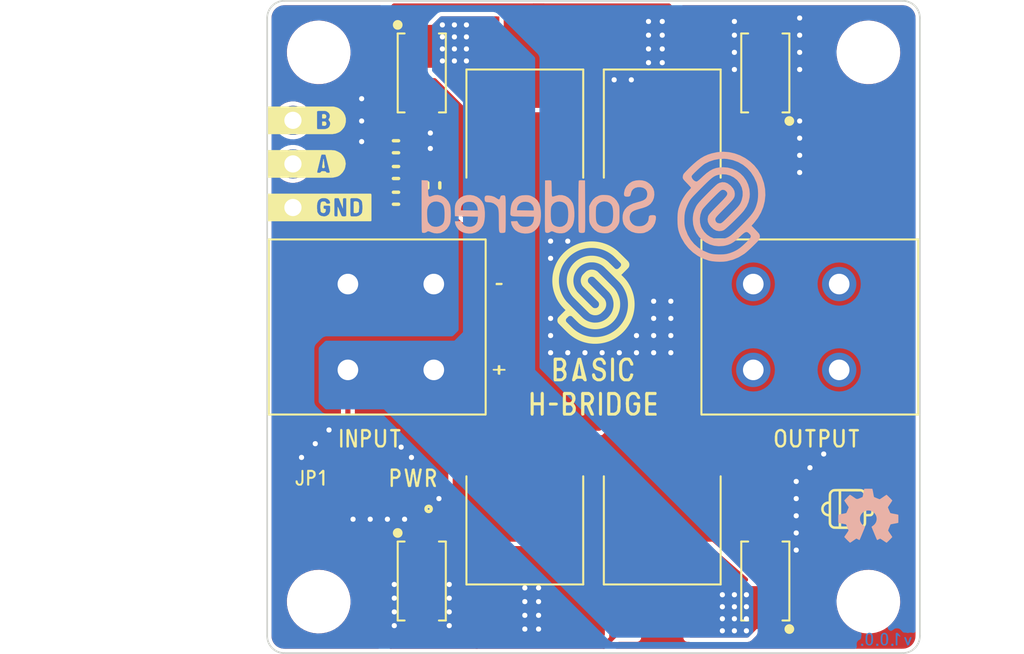
<source format=kicad_pcb>
(kicad_pcb (version 20210623) (generator pcbnew)
  (layers (0 "F.Cu" signal) (31 "B.Cu" signal) (34 "B.Paste" user) (35 "F.Paste" user) (36 "B.SilkS" user "B.Silkscreen") (37 "F.SilkS" user "F.Silkscreen") (38 "B.Mask" user) (39 "F.Mask" user) (44 "Edge.Cuts" user))
  (net 0 "")
  (net 1 "Net-(D1-Pad1)")
  (net 2 "VCC")
  (net 3 "GND")
  (net 4 "Net-(D3-Pad1)")
  (net 5 "Net-(D4-Pad1)")
  (net 6 "Net-(JP1-Pad2)")
  (net 7 "B")
  (net 8 "A")
  (net 9 "Net-(Q1-Pad1)")
  (net 10 "Net-(Q3-Pad1)")
  (footprint "e-radionica.com footprinti:0402R" (layer "F.Cu") (at 105.5 131)
    (fp_text reference "R3")
    (fp_text value "2k2")
    (pad "1" smd rect locked (at -0.5 0 90) (size 0.64 0.54) (layers "F.Cu" "F.Paste" "F.Mask") (net 6 "Net-(JP1-Pad2)"))
    (pad "2" smd rect locked (at 0.5 0 90) (size 0.64 0.54) (layers "F.Cu" "F.Paste" "F.Mask") (net 4 "Net-(D3-Pad1)"))
  )
  (footprint "e-radionica.com footprinti:HOLE_3.2mm" (layer "F.Cu") (at 135 105)
    (fp_text reference "H3" hide)
    (fp_text value "HOLE_3.2mm" hide)
    (pad "" np_thru_hole circle locked (at 0 0) (size 3.2 3.2) (drill 3.2) (layers F&B.Cu *.Mask))
  )
  (footprint "buzzardLabel" (layer "F.Cu") (at 119 125.5)
    (fp_text reference "" (at 0 0) (layer "F.SilkS") (effects (font (size 1.27 1.27))))
    (fp_text value "" (at 0 0) (layer "F.SilkS") (effects (font (size 1.27 1.27))))
  )
  (footprint "e-radionica.com footprinti:FIDUCIAL_23" (layer "F.Cu") (at 134 112)
    (fp_text reference "FD1")
    (fp_text value "FIDUCIAL")
    (fp_circle (center 0 0) (end 1 0) (layer "F.Cu") (width 0.2) (fill none))
    (pad "1" smd circle (at 0 0) (size 1 1) (layers "F.Cu" "F.Paste" "F.Mask") (clearance 1.1))
  )
  (footprint "e-radionica.com footprinti:0603R" (layer "F.Cu") (at 109.7 112.75 -90)
    (fp_text reference "R2")
    (fp_text value "10k")
    (pad "1" smd rect locked (at -0.775 0) (size 1 0.64) (layers "F.Cu" "F.Paste" "F.Mask") (net 3 "GND"))
    (pad "2" smd rect locked (at 0.775 0) (size 1 0.64) (layers "F.Cu" "F.Paste" "F.Mask") (net 9 "Net-(Q1-Pad1)"))
  )
  (footprint "e-radionica.com footprinti:DO-214_DIODE" (layer "F.Cu") (at 109 135.8 90)
    (fp_text reference "D2")
    (fp_text value "M3_DIODE")
    (pad "1" smd rect (at -1.55 0 90) (size 2.45 1.55) (layers "F.Cu" "F.Paste" "F.Mask") (net 3 "GND"))
    (pad "2" smd rect (at 1.55 0 90) (size 2.45 1.55) (layers "F.Cu" "F.Paste" "F.Mask") (net 1 "Net-(D1-Pad1)"))
  )
  (footprint "e-radionica.com footprinti:DPAK" (layer "F.Cu") (at 123 134.8 -90)
    (fp_text reference "Q1")
    (fp_text value "PMOS-DPAK")
    (pad "1" smd rect (at 2.79 2.285 270) (size 3 1.6) (layers "F.Cu" "F.Paste" "F.Mask") (net 9 "Net-(Q1-Pad1)"))
    (pad "2" smd rect (at -4.39 0 270) (size 6.2 5.8) (layers "F.Cu" "F.Paste" "F.Mask") (net 1 "Net-(D1-Pad1)"))
    (pad "3" smd rect (at 2.79 -2.285 270) (size 3 1.6) (layers "F.Cu" "F.Paste" "F.Mask") (net 2 "VCC"))
  )
  (footprint "e-radionica.com footprinti:HOLE_3.2mm" (layer "F.Cu") (at 103 137)
    (fp_text reference "H2" hide)
    (fp_text value "HOLE_3.2mm" hide)
    (pad "" np_thru_hole circle locked (at 0 0) (size 3.2 3.2) (drill 3.2) (layers F&B.Cu *.Mask))
  )
  (footprint "e-radionica.com footprinti:DO-214_DIODE" (layer "F.Cu") (at 129 135.8 -90)
    (fp_text reference "D1")
    (fp_text value "M3_DIODE")
    (pad "1" smd rect (at -1.55 0 270) (size 2.45 1.55) (layers "F.Cu" "F.Paste" "F.Mask") (net 1 "Net-(D1-Pad1)"))
    (pad "2" smd rect (at 1.55 0 270) (size 2.45 1.55) (layers "F.Cu" "F.Paste" "F.Mask") (net 2 "VCC"))
  )
  (footprint "buzzardLabel" (layer "F.Cu") (at 119 123.5)
    (fp_text reference "" (at 0 0) (layer "F.SilkS") (effects (font (size 1.27 1.27))))
    (fp_text value "" (at 0 0) (layer "F.SilkS") (effects (font (size 1.27 1.27))))
  )
  (footprint "e-radionica.com footprinti:TERMINAL_KF235-5.0-2P" (layer "F.Cu") (at 107.2 121 -90)
    (fp_text reference "K2")
    (fp_text value "TERMINAL_KF235-5.0-2P")
    (pad "1" thru_hole circle (at 2.5 -2.5 270) (size 2 2) (drill 1.2) (layers *.Cu *.Mask) (net 2 "VCC"))
    (pad "1" thru_hole circle (at 2.5 2.5 270) (size 2 2) (drill 1.2) (layers *.Cu *.Mask) (net 2 "VCC"))
    (pad "2" thru_hole circle (at -2.5 2.5 270) (size 2 2) (drill 1.2) (layers *.Cu *.Mask) (net 3 "GND"))
    (pad "2" thru_hole circle (at -2.5 -2.5 270) (size 2 2) (drill 1.2) (layers *.Cu *.Mask) (net 3 "GND"))
  )
  (footprint "Soldered Graphics:Symbol-Front-Motor" (layer "F.Cu") (at 134 131.6 90)
    (fp_text reference "G***" hide)
    (fp_text value "LOGO" hide)
  )
  (footprint "Soldered Graphics:Logo-Front-Soldered-6mm" (layer "F.Cu") (at 119 119)
    (fp_text reference "G***" hide)
    (fp_text value "LOGO" hide)
  )
  (footprint "e-radionica.com footprinti:HEADER_MALE_3X1" (layer "F.Cu") (at 101.5 111.5 90)
    (fp_text reference "K3")
    (fp_text value "HEADER_MALE_3X1")
    (pad "1" thru_hole circle locked (at -2.54 0 90) (size 1.7 1.7) (drill 1) (layers *.Cu *.Mask) (net 3 "GND"))
    (pad "2" thru_hole circle locked (at 0 0 90) (size 1.7 1.7) (drill 1) (layers *.Cu *.Mask) (net 8 "A"))
    (pad "3" thru_hole circle locked (at 2.54 0 90) (size 1.7 1.7) (drill 1) (layers *.Cu *.Mask) (net 7 "B"))
  )
  (footprint "buzzardLabel" (layer "F.Cu") (at 113.5 123.5)
    (fp_text reference "" (at 0 0) (layer "F.SilkS") (effects (font (size 1.27 1.27))))
    (fp_text value "" (at 0 0) (layer "F.SilkS") (effects (font (size 1.27 1.27))))
  )
  (footprint "buzzardLabel" (layer "F.Cu") (at 99.6 111.5)
    (fp_text reference "" (at 0 0) (layer "F.SilkS") (effects (font (size 1.27 1.27))))
    (fp_text value "" (at 0 0) (layer "F.SilkS") (effects (font (size 1.27 1.27))))
  )
  (footprint "buzzardLabel" (layer "F.Cu") (at 113.5 118.5)
    (fp_text reference "" (at 0 0) (layer "F.SilkS") (effects (font (size 1.27 1.27))))
    (fp_text value "" (at 0 0) (layer "F.SilkS") (effects (font (size 1.27 1.27))))
  )
  (footprint "e-radionica.com footprinti:DPAK" (layer "F.Cu") (at 123 107.2 90)
    (fp_text reference "Q4")
    (fp_text value "NMOS-DPAK")
    (pad "1" smd rect (at 2.79 2.285 90) (size 3 1.6) (layers "F.Cu" "F.Paste" "F.Mask") (net 10 "Net-(Q3-Pad1)"))
    (pad "2" smd rect (at -4.39 0 90) (size 6.2 5.8) (layers "F.Cu" "F.Paste" "F.Mask") (net 5 "Net-(D4-Pad1)"))
    (pad "3" smd rect (at 2.79 -2.285 90) (size 3 1.6) (layers "F.Cu" "F.Paste" "F.Mask") (net 3 "GND"))
  )
  (footprint "buzzardLabel" (layer "F.Cu") (at 99.6 114.04)
    (fp_text reference "" (at 0 0) (layer "F.SilkS") (effects (font (size 1.27 1.27))))
    (fp_text value "" (at 0 0) (layer "F.SilkS") (effects (font (size 1.27 1.27))))
  )
  (footprint "Soldered Graphics:Logo-Back-OSH-3.5mm" (layer "F.Cu") (at 135 132)
    (fp_text reference "G***" hide)
    (fp_text value "LOGO" hide)
  )
  (footprint "e-radionica.com footprinti:0603R" (layer "F.Cu") (at 107.5 112 180)
    (fp_text reference "R5")
    (fp_text value "330R")
    (pad "1" smd rect locked (at -0.775 0 270) (size 1 0.64) (layers "F.Cu" "F.Paste" "F.Mask") (net 10 "Net-(Q3-Pad1)"))
    (pad "2" smd rect locked (at 0.775 0 270) (size 1 0.64) (layers "F.Cu" "F.Paste" "F.Mask") (net 7 "B"))
  )
  (footprint "e-radionica.com footprinti:DO-214_DIODE" (layer "F.Cu") (at 129 106.2 -90)
    (fp_text reference "D5")
    (fp_text value "M3_DIODE")
    (pad "1" smd rect (at -1.55 0 270) (size 2.45 1.55) (layers "F.Cu" "F.Paste" "F.Mask") (net 3 "GND"))
    (pad "2" smd rect (at 1.55 0 270) (size 2.45 1.55) (layers "F.Cu" "F.Paste" "F.Mask") (net 5 "Net-(D4-Pad1)"))
  )
  (footprint "e-radionica.com footprinti:HOLE_3.2mm" (layer "F.Cu") (at 103 105)
    (fp_text reference "H4" hide)
    (fp_text value "HOLE_3.2mm" hide)
    (pad "" np_thru_hole circle locked (at 0 0) (size 3.2 3.2) (drill 3.2) (layers F&B.Cu *.Mask))
  )
  (footprint "Soldered Graphics:Logo-Back-SolderedFULL-20mm" (layer "F.Cu") (at 119 114)
    (fp_text reference "REF**" hide)
    (fp_text value "Logo-Front-SolderedFULL-20mm" hide)
  )
  (footprint "buzzardLabel" (layer "F.Cu") (at 99.6 108.96)
    (fp_text reference "" (at 0 0) (layer "F.SilkS") (effects (font (size 1.27 1.27))))
    (fp_text value "" (at 0 0) (layer "F.SilkS") (effects (font (size 1.27 1.27))))
  )
  (footprint "e-radionica.com footprinti:TERMINAL_KF235-5.0-2P" (layer "F.Cu") (at 130.8 121 90)
    (fp_text reference "K1")
    (fp_text value "TERMINAL_KF235-5.0-2P")
    (pad "1" thru_hole circle (at 2.5 -2.5 90) (size 2 2) (drill 1.2) (layers *.Cu *.Mask) (net 5 "Net-(D4-Pad1)"))
    (pad "1" thru_hole circle (at 2.5 2.5 90) (size 2 2) (drill 1.2) (layers *.Cu *.Mask) (net 5 "Net-(D4-Pad1)"))
    (pad "2" thru_hole circle (at -2.5 2.5 90) (size 2 2) (drill 1.2) (layers *.Cu *.Mask) (net 1 "Net-(D1-Pad1)"))
    (pad "2" thru_hole circle (at -2.5 -2.5 90) (size 2 2) (drill 1.2) (layers *.Cu *.Mask) (net 1 "Net-(D1-Pad1)"))
  )
  (footprint "e-radionica.com footprinti:0603R" (layer "F.Cu") (at 107.5 113.5)
    (fp_text reference "R1")
    (fp_text value "330R")
    (pad "1" smd rect locked (at -0.775 0 90) (size 1 0.64) (layers "F.Cu" "F.Paste" "F.Mask") (net 8 "A"))
    (pad "2" smd rect locked (at 0.775 0 90) (size 1 0.64) (layers "F.Cu" "F.Paste" "F.Mask") (net 9 "Net-(Q1-Pad1)"))
  )
  (footprint "buzzardLabel" (layer "F.Cu") (at 132 127.5)
    (fp_text reference "" (at 0 0) (layer "F.SilkS") (effects (font (size 1.27 1.27))))
    (fp_text value "" (at 0 0) (layer "F.SilkS") (effects (font (size 1.27 1.27))))
  )
  (footprint "buzzardLabel" (layer "F.Cu") (at 102.5 129.8)
    (fp_text reference "" (at 0 0) (layer "F.SilkS") (effects (font (size 1.27 1.27))))
    (fp_text value "" (at 0 0) (layer "F.SilkS") (effects (font (size 1.27 1.27))))
  )
  (footprint "e-radionica.com footprinti:DPAK" (layer "F.Cu") (at 115 134.8 -90)
    (fp_text reference "Q2")
    (fp_text value "NMOS-DPAK")
    (pad "1" smd rect (at 2.79 2.285 270) (size 3 1.6) (layers "F.Cu" "F.Paste" "F.Mask") (net 9 "Net-(Q1-Pad1)"))
    (pad "2" smd rect (at -4.39 0 270) (size 6.2 5.8) (layers "F.Cu" "F.Paste" "F.Mask") (net 1 "Net-(D1-Pad1)"))
    (pad "3" smd rect (at 2.79 -2.285 270) (size 3 1.6) (layers "F.Cu" "F.Paste" "F.Mask") (net 3 "GND"))
  )
  (footprint "e-radionica.com footprinti:DO-214_DIODE" (layer "F.Cu") (at 109 106.2 90)
    (fp_text reference "D4")
    (fp_text value "M3_DIODE")
    (pad "1" smd rect (at -1.55 0 90) (size 2.45 1.55) (layers "F.Cu" "F.Paste" "F.Mask") (net 5 "Net-(D4-Pad1)"))
    (pad "2" smd rect (at 1.55 0 90) (size 2.45 1.55) (layers "F.Cu" "F.Paste" "F.Mask") (net 2 "VCC"))
  )
  (footprint "buzzardLabel" (layer "F.Cu") (at 108.5 129.8)
    (fp_text reference "" (at 0 0) (layer "F.SilkS") (effects (font (size 1.27 1.27))))
    (fp_text value "" (at 0 0) (layer "F.SilkS") (effects (font (size 1.27 1.27))))
  )
  (footprint "e-radionica.com footprinti:SMD-JUMPER-CONNECTED_TRACE_SLODERMASK" (layer "F.Cu") (at 102.5 131)
    (fp_text reference "JP1")
    (fp_text value "SMD-JUMPER-CONNECTED_TRACE_SLODERMASK")
    (fp_poly (pts (xy 0.1 0.1) (xy -0.1 0.1) (xy -0.1 -0.1) (xy 0.1 -0.1)) (layer "F.Cu") (width 0.1) (fill solid))
    (pad "1" smd rect (at -0.35 0) (size 0.5 1) (layers "F.Cu" "F.Mask") (net 2 "VCC"))
    (pad "2" smd rect (at 0.35 0) (size 0.5 1) (layers "F.Cu" "F.Mask") (net 6 "Net-(JP1-Pad2)"))
  )
  (footprint "e-radionica.com footprinti:HOLE_3.2mm" (layer "F.Cu") (at 135 137)
    (fp_text reference "H1" hide)
    (fp_text value "HOLE_3.2mm" hide)
    (pad "" np_thru_hole circle locked (at 0 0) (size 3.2 3.2) (drill 3.2) (layers F&B.Cu *.Mask))
  )
  (footprint "e-radionica.com footprinti:0402LED" (layer "F.Cu") (at 108.5 131)
    (fp_text reference "D3")
    (fp_text value "purple")
    (pad "1" smd rect locked (at -0.55 0 90) (size 0.75 0.45) (layers "F.Cu" "F.Paste" "F.Mask") (net 4 "Net-(D3-Pad1)"))
    (pad "2" smd rect locked (at 0.55 0 90) (size 0.75 0.45) (layers "F.Cu" "F.Paste" "F.Mask") (net 3 "GND"))
  )
  (footprint "e-radionica.com footprinti:DPAK" (layer "F.Cu") (at 115 107.2 90)
    (fp_text reference "Q3")
    (fp_text value "PMOS-DPAK")
    (pad "1" smd rect (at 2.79 2.285 90) (size 3 1.6) (layers "F.Cu" "F.Paste" "F.Mask") (net 10 "Net-(Q3-Pad1)"))
    (pad "2" smd rect (at -4.39 0 90) (size 6.2 5.8) (layers "F.Cu" "F.Paste" "F.Mask") (net 5 "Net-(D4-Pad1)"))
    (pad "3" smd rect (at 2.79 -2.285 90) (size 3 1.6) (layers "F.Cu" "F.Paste" "F.Mask") (net 2 "VCC"))
  )
  (footprint "e-radionica.com footprinti:0603R" (layer "F.Cu") (at 107.5 110.5)
    (fp_text reference "R4")
    (fp_text value "10k")
    (pad "1" smd rect locked (at -0.775 0 90) (size 1 0.64) (layers "F.Cu" "F.Paste" "F.Mask") (net 3 "GND"))
    (pad "2" smd rect locked (at 0.775 0 90) (size 1 0.64) (layers "F.Cu" "F.Paste" "F.Mask") (net 10 "Net-(Q3-Pad1)"))
  )
  (footprint "buzzardLabel" (layer "F.Cu") (at 106 127.5)
    (fp_text reference "" (at 0 0) (layer "F.SilkS") (effects (font (size 1.27 1.27))))
    (fp_text value "" (at 0 0) (layer "F.SilkS") (effects (font (size 1.27 1.27))))
  )
  (footprint "Soldered Graphics:Version1.0.0." (layer "B.Cu") (at 136 139.2 180)
    (fp_text reference "Ref**" hide)
    (fp_text value "Val**" hide)
    (fp_poly (pts (xy -0.44 -0.38) (xy -0.39 -0.38) (xy -0.34 -0.37) (xy -0.34 -0.33) (xy -0.34 -0.27) (xy -0.38 -0.26) (xy -0.43 -0.26) (xy -0.46 -0.29) (xy -0.46 -0.34) (xy -0.44 -0.38)) (layer "B.Cu") (width 0.01) (fill solid))
    (fp_poly (pts (xy 0.43 -0.38) (xy 0.48 -0.38) (xy 0.54 -0.37) (xy 0.54 -0.33) (xy 0.54 -0.27) (xy 0.5 -0.26) (xy 0.45 -0.26) (xy 0.42 -0.29) (xy 0.42 -0.34) (xy 0.43 -0.38)) (layer "B.Cu") (width 0.01) (fill solid))
    (fp_poly (pts (xy -0.67 -0.35) (xy -0.62 -0.35) (xy -0.6 -0.31) (xy -0.6 0.35) (xy -0.64 0.38) (xy -0.69 0.38) (xy -0.73 0.34) (xy -0.84 0.22) (xy -0.86 0.17) (xy -0.83 0.16) (xy -0.73 0.22) (xy -0.69 0.23) (xy -0.69 -0.31) (xy -0.67 -0.35)) (layer "B.Cu") (width 0.01) (fill solid))
    (fp_poly (pts (xy 0.06 -0.35) (xy 0.11 -0.35) (xy 0.17 -0.33) (xy 0.13 -0.28) (xy 0.03 -0.28) (xy -0.01 -0.25) (xy -0.03 -0.2) (xy -0.05 -0.15) (xy -0.05 -0.11) (xy -0.05 0.01) (xy -0.05 0.13) (xy -0.05 0.17) (xy -0.03 0.22) (xy -0.01 0.27) (xy 0.02 0.3) (xy 0.13 0.3) (xy 0.16 0.26) (xy 0.18 0.21) (xy 0.18 0.15) (xy 0.19 0.05) (xy 0.19 -0.08) (xy 0.19 -0.12) (xy 0.18 -0.17) (xy 0.16 -0.22) (xy 0.14 -0.27) (xy 0.14 -0.28) (xy 0.17 -0.32) (xy 0.21 -0.29) (xy 0.24 -0.26) (xy 0.26 -0.22) (xy 0.27 -0.16) (xy 0.28 -0.11) (xy 0.28 -0.06) (xy 0.28 0.06) (xy 0.28 0.12) (xy 0.27 0.17) (xy 0.26 0.22) (xy 0.25 0.27) (xy 0.22 0.3) (xy 0.19 0.34) (xy 0.13 0.37) (xy 0.08 0.38) (xy 0.02 0.38) (xy -0.03 0.35) (xy -0.08 0.31) (xy -0.1 0.28) (xy -0.12 0.23) (xy -0.14 0.18) (xy -0.14 0.13) (xy -0.15 0.08) (xy -0.15 -0.04) (xy -0.14 -0.1) (xy -0.14 -0.14) (xy -0.13 -0.2) (xy -0.11 -0.25) (xy -0.08 -0.28) (xy -0.05 -0.32) (xy 0.01 -0.35) (xy 0.06 -0.35)) (layer "B.Cu") (width 0.01) (fill solid))
    (fp_poly (pts (xy -1.33 -0.35) (xy -1.27 -0.35) (xy -1.25 -0.31) (xy -1.09 0.1) (xy -1.11 0.13) (xy -1.16 0.13) (xy -1.19 0.1) (xy -1.28 -0.16) (xy -1.3 -0.21) (xy -1.32 -0.17) (xy -1.41 0.09) (xy -1.44 0.13) (xy -1.49 0.13) (xy -1.51 0.1) (xy -1.36 -0.31) (xy -1.33 -0.35)) (layer "B.Cu") (width 0.01) (fill solid))
    (fp_poly (pts (xy 1.31 -0.38) (xy 1.36 -0.38) (xy 1.41 -0.37) (xy 1.42 -0.33) (xy 1.42 -0.27) (xy 1.38 -0.26) (xy 1.33 -0.26) (xy 1.3 -0.29) (xy 1.3 -0.34) (xy 1.31 -0.38)) (layer "B.Cu") (width 0.01) (fill solid))
    (fp_poly (pts (xy 0.93 -0.35) (xy 0.99 -0.35) (xy 1.04 -0.33) (xy 1.01 -0.28) (xy 0.91 -0.28) (xy 0.87 -0.25) (xy 0.85 -0.2) (xy 0.83 -0.15) (xy 0.83 -0.11) (xy 0.82 0.01) (xy 0.83 0.13) (xy 0.83 0.17) (xy 0.84 0.22) (xy 0.87 0.27) (xy 0.9 0.3) (xy 1.01 0.3) (xy 1.04 0.26) (xy 1.05 0.21) (xy 1.06 0.15) (xy 1.07 0.05) (xy 1.07 -0.08) (xy 1.06 -0.12) (xy 1.06 -0.17) (xy 1.04 -0.22) (xy 1.02 -0.27) (xy 1.01 -0.28) (xy 1.05 -0.32) (xy 1.09 -0.29) (xy 1.12 -0.26) (xy 1.14 -0.22) (xy 1.15 -0.16) (xy 1.16 -0.11) (xy 1.16 -0.06) (xy 1.16 0.06) (xy 1.16 0.12) (xy 1.15 0.17) (xy 1.14 0.22) (xy 1.13 0.27) (xy 1.1 0.3) (xy 1.06 0.34) (xy 1.01 0.37) (xy 0.95 0.38) (xy 0.9 0.38) (xy 0.84 0.35) (xy 0.8 0.31) (xy 0.78 0.28) (xy 0.75 0.23) (xy 0.74 0.18) (xy 0.74 0.13) (xy 0.73 0.08) (xy 0.73 -0.04) (xy 0.73 -0.1) (xy 0.74 -0.14) (xy 0.75 -0.2) (xy 0.77 -0.25) (xy 0.79 -0.28) (xy 0.83 -0.32) (xy 0.89 -0.35) (xy 0.93 -0.35)) (layer "B.Cu") (width 0.01) (fill solid))
  )
  (gr_arc (start 137 103) (end 137 102) (angle 90) (layer "Edge.Cuts") (width 0.1))
  (gr_arc (start 137 139) (end 137 140) (angle -90) (layer "Edge.Cuts") (width 0.1))
  (gr_line (start 137 102) (end 101 102) (layer "Edge.Cuts") (width 0.1))
  (gr_line (start 101 140) (end 137 140) (layer "Edge.Cuts") (width 0.1))
  (gr_arc (start 101 139) (end 101 140) (angle 90) (layer "Edge.Cuts") (width 0.1))
  (gr_arc (start 101 103) (end 101 102) (angle -90) (layer "Edge.Cuts") (width 0.1))
  (gr_line (start 100 103) (end 100 139) (layer "Edge.Cuts") (width 0.1))
  (gr_line (start 138 139) (end 138 103) (layer "Edge.Cuts") (width 0.1))
  (segment (start 102.15 129.85) (end 104.7 127.3) (width 0.3) (layer "F.Cu") (net 2))
  (segment (start 104.7 127.3) (end 104.7 123.5) (width 0.3) (layer "F.Cu") (net 2))
  (segment (start 102.15 129.85) (end 102.15 131) (width 0.3) (layer "F.Cu") (net 2))
  (via (at 111.6 105.5) (size 0.5) (drill 0.3) (layers "F.Cu" "B.Cu") (net 2))
  (via (at 127.9 138) (size 0.5) (drill 0.3) (layers "F.Cu" "B.Cu") (net 2))
  (via (at 110.2 104.8) (size 0.5) (drill 0.3) (layers "F.Cu" "B.Cu") (net 2))
  (via (at 127.9 137.3) (size 0.5) (drill 0.3) (layers "F.Cu" "B.Cu") (net 2))
  (via (at 111.6 103.4) (size 0.5) (drill 0.3) (layers "F.Cu" "B.Cu") (net 2))
  (via (at 110.2 104.1) (size 0.5) (drill 0.3) (layers "F.Cu" "B.Cu") (net 2))
  (via (at 127.2 136.6) (size 0.5) (drill 0.3) (layers "F.Cu" "B.Cu") (net 2))
  (via (at 111.6 104.1) (size 0.5) (drill 0.3) (layers "F.Cu" "B.Cu") (net 2))
  (via (at 127.2 137.3) (size 0.5) (drill 0.3) (layers "F.Cu" "B.Cu") (net 2))
  (via (at 127.9 138.7) (size 0.5) (drill 0.3) (layers "F.Cu" "B.Cu") (net 2))
  (via (at 126.5 138) (size 0.5) (drill 0.3) (layers "F.Cu" "B.Cu") (net 2))
  (via (at 110.9 105.5) (size 0.5) (drill 0.3) (layers "F.Cu" "B.Cu") (net 2))
  (via (at 126.5 137.3) (size 0.5) (drill 0.3) (layers "F.Cu" "B.Cu") (net 2))
  (via (at 110.2 105.5) (size 0.5) (drill 0.3) (layers "F.Cu" "B.Cu") (net 2))
  (via (at 126.5 138.7) (size 0.5) (drill 0.3) (layers "F.Cu" "B.Cu") (net 2))
  (via (at 110.9 104.8) (size 0.5) (drill 0.3) (layers "F.Cu" "B.Cu") (net 2))
  (via (at 127.2 138.7) (size 0.5) (drill 0.3) (layers "F.Cu" "B.Cu") (net 2))
  (via (at 110.9 104.1) (size 0.5) (drill 0.3) (layers "F.Cu" "B.Cu") (net 2))
  (via (at 127.2 138) (size 0.5) (drill 0.3) (layers "F.Cu" "B.Cu") (net 2))
  (via (at 111.6 104.8) (size 0.5) (drill 0.3) (layers "F.Cu" "B.Cu") (net 2))
  (via (at 127.9 136.6) (size 0.5) (drill 0.3) (layers "F.Cu" "B.Cu") (net 2))
  (via (at 110.9 103.4) (size 0.5) (drill 0.3) (layers "F.Cu" "B.Cu") (net 2))
  (via (at 126.5 136.6) (size 0.5) (drill 0.3) (layers "F.Cu" "B.Cu") (net 2))
  (via (at 110.2 103.4) (size 0.5) (drill 0.3) (layers "F.Cu" "B.Cu") (net 2))
  (via (at 110.6 136) (size 0.5) (drill 0.3) (layers "F.Cu" "B.Cu") (net 3))
  (via (at 120.5 122.5) (size 0.5) (drill 0.3) (layers "F.Cu" "B.Cu") (net 3))
  (via (at 131.6 129.2) (size 0.5) (drill 0.3) (layers "F.Cu" "B.Cu") (net 3))
  (via (at 117.5 122.5) (size 0.5) (drill 0.3) (layers "F.Cu" "B.Cu") (net 3))
  (via (at 130.8 134) (size 0.5) (drill 0.3) (layers "F.Cu" "B.Cu") (net 3))
  (via (at 116.5 121.5) (size 0.5) (drill 0.3) (layers "F.Cu" "B.Cu") (net 3))
  (via (at 131 110) (size 0.5) (drill 0.3) (layers "F.Cu" "B.Cu") (net 3))
  (via (at 127.2 103.2) (size 0.5) (drill 0.3) (layers "F.Cu" "B.Cu") (net 3))
  (via (at 105.5 107.7) (size 0.5) (drill 0.3) (layers "F.Cu" "B.Cu") (net 3))
  (via (at 131 106) (size 0.5) (drill 0.3) (layers "F.Cu" "B.Cu") (net 3))
  (via (at 122.5 119.5) (size 0.5) (drill 0.3) (layers "F.Cu" "B.Cu") (net 3))
  (via (at 123.5 120.5) (size 0.5) (drill 0.3) (layers "F.Cu" "B.Cu") (net 3))
  (via (at 106 132.2) (size 0.5) (drill 0.3) (layers "F.Cu" "B.Cu") (net 3))
  (via (at 122.5 122.5) (size 0.5) (drill 0.3) (layers "F.Cu" "B.Cu") (net 3))
  (via (at 107.4 136) (size 0.5) (drill 0.3) (layers "F.Cu" "B.Cu") (net 3))
  (via (at 131 109) (size 0.5) (drill 0.3) (layers "F.Cu" "B.Cu") (net 3))
  (via (at 123.5 119.5) (size 0.5) (drill 0.3) (layers "F.Cu" "B.Cu") (net 3))
  (via (at 123.5 122.5) (size 0.5) (drill 0.3) (layers "F.Cu" "B.Cu") (net 3))
  (via (at 110.6 136.8) (size 0.5) (drill 0.3) (layers "F.Cu" "B.Cu") (net 3))
  (via (at 103.6 127) (size 0.5) (drill 0.3) (layers "F.Cu" "B.Cu") (net 3))
  (via (at 123.5 121.5) (size 0.5) (drill 0.3) (layers "F.Cu" "B.Cu") (net 3))
  (via (at 123 103.2) (size 0.5) (drill 0.3) (layers "F.Cu" "B.Cu") (net 3))
  (via (at 127.2 104) (size 0.5) (drill 0.3) (layers "F.Cu" "B.Cu") (net 3))
  (via (at 116.5 122.5) (size 0.5) (drill 0.3) (layers "F.Cu" "B.Cu") (net 3))
  (via (at 102.8 127.8) (size 0.5) (drill 0.3) (layers "F.Cu" "B.Cu") (net 3))
  (via (at 107.8 128) (size 0.5) (drill 0.3) (layers "F.Cu" "B.Cu") (net 3))
  (via (at 110.6 137.6) (size 0.5) (drill 0.3) (layers "F.Cu" "B.Cu") (net 3))
  (via (at 123 104) (size 0.5) (drill 0.3) (layers "F.Cu" "B.Cu") (net 3))
  (via (at 122.5 121.5) (size 0.5) (drill 0.3) (layers "F.Cu" "B.Cu") (net 3))
  (via (at 109.5 110.6) (size 0.5) (drill 0.3) (layers "F.Cu" "B.Cu") (net 3))
  (via (at 107.4 137.6) (size 0.5) (drill 0.3) (layers "F.Cu" "B.Cu") (net 3))
  (via (at 108 132.2) (size 0.5) (drill 0.3) (layers "F.Cu" "B.Cu") (net 3))
  (via (at 109.5 109.7) (size 0.5) (drill 0.3) (layers "F.Cu" "B.Cu") (net 3))
  (via (at 115 138.6) (size 0.5) (drill 0.3) (layers "F.Cu" "B.Cu") (net 3))
  (via (at 107.4 136.8) (size 0.5) (drill 0.3) (layers "F.Cu" "B.Cu") (net 3))
  (via (at 118.5 122.5) (size 0.5) (drill 0.3) (layers "F.Cu" "B.Cu") (net 3))
  (via (at 130.8 133) (size 0.5) (drill 0.3) (layers "F.Cu" "B.Cu") (net 3))
  (via (at 127.2 106) (size 0.5) (drill 0.3) (layers "F.Cu" "B.Cu") (net 3))
  (via (at 131 111) (size 0.5) (drill 0.3) (layers "F.Cu" "B.Cu") (net 3))
  (via (at 115 136.2) (size 0.5) (drill 0.3) (layers "F.Cu" "B.Cu") (net 3))
  (via (at 131 103) (size 0.5) (drill 0.3) (layers "F.Cu" "B.Cu") (net 3))
  (via (at 123 105.6) (size 0.5) (drill 0.3) (layers "F.Cu" "B.Cu") (net 3))
  (via (at 115 137) (size 0.5) (drill 0.3) (layers "F.Cu" "B.Cu") (net 3))
  (via (at 123 104.8) (size 0.5) (drill 0.3) (layers "F.Cu" "B.Cu") (net 3))
  (via (at 127.2 105) (size 0.5) (drill 0.3) (layers "F.Cu" "B.Cu") (net 3))
  (via (at 105 132.2) (size 0.5) (drill 0.3) (layers "F.Cu" "B.Cu") (net 3))
  (via (at 110 131) (size 0.5) (drill 0.3) (layers "F.Cu" "B.Cu") (net 3))
  (via (at 102 128.6) (size 0.5) (drill 0.3) (layers "F.Cu" "B.Cu") (net 3))
  (via (at 132.4 128.4) (size 0.5) (drill 0.3) (layers "F.Cu" "B.Cu") (net 3))
  (via (at 115.8 137.8) (size 0.5) (drill 0.3) (layers "F.Cu" "B.Cu") (net 3))
  (via (at 115.8 137) (size 0.5) (drill 0.3) (layers "F.Cu" "B.Cu") (net 3))
  (via (at 117.5 116) (size 0.5) (drill 0.3) (layers "F.Cu" "B.Cu") (net 3))
  (via (at 130.8 130) (size 0.5) (drill 0.3) (layers "F.Cu" "B.Cu") (net 3))
  (via (at 131 105) (size 0.5) (drill 0.3) (layers "F.Cu" "B.Cu") (net 3))
  (via (at 116.5 117) (size 0.5) (drill 0.3) (layers "F.Cu" "B.Cu") (net 3))
  (via (at 115.8 138.6) (size 0.5) (drill 0.3) (layers "F.Cu" "B.Cu") (net 3))
  (via (at 107 132.2) (size 0.5) (drill 0.3) (layers "F.Cu" "B.Cu") (net 3))
  (via (at 121.2 106.6) (size 0.5) (drill 0.3) (layers "F.Cu" "B.Cu") (net 3))
  (via (at 107.4 138.4) (size 0.5) (drill 0.3) (layers "F.Cu" "B.Cu") (net 3))
  (via (at 119.5 122.5) (size 0.5) (drill 0.3) (layers "F.Cu" "B.Cu") (net 3))
  (via (at 116.5 120.5) (size 0.5) (drill 0.3) (layers "F.Cu" "B.Cu") (net 3))
  (via (at 116.5 116) (size 0.5) (drill 0.3) (layers "F.Cu" "B.Cu") (net 3))
  (via (at 110.6 138.4) (size 0.5) (drill 0.3) (layers "F.Cu" "B.Cu") (net 3))
  (via (at 115 137.8) (size 0.5) (drill 0.3) (layers "F.Cu" "B.Cu") (net 3))
  (via (at 105.5 109) (size 0.5) (drill 0.3) (layers "F.Cu" "B.Cu") (net 3))
  (via (at 122.2 104.8) (size 0.5) (drill 0.3) (layers "F.Cu" "B.Cu") (net 3))
  (via (at 120.2 106.6) (size 0.5) (drill 0.3) (layers "F.Cu" "B.Cu") (net 3))
  (via (at 122.2 103.2) (size 0.5) (drill 0.3) (layers "F.Cu" "B.Cu") (net 3))
  (via (at 131 112) (size 0.5) (drill 0.3) (layers "F.Cu" "B.Cu") (net 3))
  (via (at 122.2 104) (size 0.5) (drill 0.3) (layers "F.Cu" "B.Cu") (net 3))
  (via (at 131 104) (size 0.5) (drill 0.3) (layers "F.Cu" "B.Cu") (net 3))
  (via (at 130.8 132) (size 0.5) (drill 0.3) (layers "F.Cu" "B.Cu") (net 3))
  (via (at 122.5 120.5) (size 0.5) (drill 0.3) (layers "F.Cu" "B.Cu") (net 3))
  (via (at 105.5 110.2) (size 0.5) (drill 0.3) (layers "F.Cu" "B.Cu") (net 3))
  (via (at 121.5 122.5) (size 0.5) (drill 0.3) (layers "F.Cu" "B.Cu") (net 3))
  (via (at 122.2 105.6) (size 0.5) (drill 0.3) (layers "F.Cu" "B.Cu") (net 3))
  (via (at 108.4 128.6) (size 0.5) (drill 0.3) (layers "F.Cu" "B.Cu") (net 3))
  (via (at 115.8 136.2) (size 0.5) (drill 0.3) (layers "F.Cu" "B.Cu") (net 3))
  (via (at 121.5 121.5) (size 0.5) (drill 0.3) (layers "F.Cu" "B.Cu") (net 3))
  (via (at 130.8 131) (size 0.5) (drill 0.3) (layers "F.Cu" "B.Cu") (net 3))
  (segment (start 106 131) (end 107.95 131) (width 0.3) (layer "F.Cu") (net 4))
  (segment (start 102.85 131) (end 105 131) (width 0.3) (layer "F.Cu") (net 6))
  (segment (start 105.9 112) (end 102.86 108.96) (width 0.3) (layer "F.Cu") (net 7))
  (segment (start 102.86 108.96) (end 101.5 108.96) (width 0.3) (layer "F.Cu") (net 7))
  (segment (start 106.725 112) (end 105.9 112) (width 0.3) (layer "F.Cu") (net 7))
  (segment (start 104.8 113.5) (end 102.8 111.5) (width 0.3) (layer "F.Cu") (net 8))
  (segment (start 106.725 113.5) (end 104.8 113.5) (width 0.3) (layer "F.Cu") (net 8))
  (segment (start 102.8 111.5) (end 101.5 111.5) (width 0.3) (layer "F.Cu") (net 8))
  (segment (start 107.8 115.3) (end 108.275 114.825) (width 0.3) (layer "F.Cu") (net 9))
  (segment (start 112.715 137.59) (end 112.715 139.085) (width 0.3) (layer "F.Cu") (net 9))
  (segment (start 109.7 113.525) (end 108.3 113.525) (width 0.3) (layer "F.Cu") (net 9))
  (segment (start 101 131.7) (end 101 119) (width 0.3) (layer "F.Cu") (net 9))
  (segment (start 119.6 139.6) (end 120.715 138.485) (width 0.3) (layer "F.Cu") (net 9))
  (segment (start 112.715 139.085) (end 112.2 139.6) (width 0.3) (layer "F.Cu") (net 9))
  (segment (start 102.4 133.1) (end 101 131.7) (width 0.3) (layer "F.Cu") (net 9))
  (segment (start 108.3 113.525) (end 108.275 113.5) (width 0.3) (layer "F.Cu") (net 9))
  (segment (start 107.2 139.6) (end 106.6 139) (width 0.3) (layer "F.Cu") (net 9))
  (segment (start 103.6 133.1) (end 102.4 133.1) (width 0.3) (layer "F.Cu") (net 9))
  (segment (start 106.6 136.1) (end 103.6 133.1) (width 0.3) (layer "F.Cu") (net 9))
  (segment (start 112.2 139.6) (end 119.6 139.6) (width 0.3) (layer "F.Cu") (net 9))
  (segment (start 120.715 138.485) (end 120.715 137.59) (width 0.3) (layer "F.Cu") (net 9))
  (segment (start 104.7 115.3) (end 107.8 115.3) (width 0.3) (layer "F.Cu") (net 9))
  (segment (start 112.2 139.6) (end 107.2 139.6) (width 0.3) (layer "F.Cu") (net 9))
  (segment (start 108.275 114.825) (end 108.275 113.5) (width 0.3) (layer "F.Cu") (net 9))
  (segment (start 106.6 139) (end 106.6 136.1) (width 0.3) (layer "F.Cu") (net 9))
  (segment (start 101 119) (end 104.7 115.3) (width 0.3) (layer "F.Cu") (net 9))
  (segment (start 115.5 102.3) (end 116.1 102.3) (width 0.3) (layer "F.Cu") (net 10))
  (segment (start 108.275 110.5) (end 108.275 112) (width 0.3) (layer "F.Cu") (net 10))
  (segment (start 116.1 102.3) (end 117.285 103.485) (width 0.3) (layer "F.Cu") (net 10))
  (segment (start 107.4 102.3) (end 115.5 102.3) (width 0.3) (layer "F.Cu") (net 10))
  (segment (start 125.285 104.21) (end 123.375 102.3) (width 0.3) (layer "F.Cu") (net 10))
  (segment (start 123.375 102.3) (end 115.5 102.3) (width 0.3) (layer "F.Cu") (net 10))
  (segment (start 106.7 108.5) (end 106.7 103) (width 0.3) (layer "F.Cu") (net 10))
  (segment (start 117.285 103.485) (end 117.285 104.21) (width 0.3) (layer "F.Cu") (net 10))
  (segment (start 108.275 110.075) (end 106.7 108.5) (width 0.3) (layer "F.Cu") (net 10))
  (segment (start 106.7 103) (end 107.4 102.3) (width 0.3) (layer "F.Cu") (net 10))
  (segment (start 108.275 110.5) (end 108.275 110.075) (width 0.3) (layer "F.Cu") (net 10))
  (zone (net 3) (net_name "GND") (layers F&B.Cu) (connect_pads (clearance 0.254)) (min_thickness 0.254) (fill yes (thermal_gap 0.254) (thermal_bridge_width 2))
    (polygon (pts (xy 138 140) (xy 100 140) (xy 100 102) (xy 138 102)))
  )
  (zone (net 2) (net_name "VCC") (layer "F.Cu") (priority 4) (connect_pads yes (clearance 0.254)) (min_thickness 0.254) (fill yes (thermal_gap 0.254) (thermal_bridge_width 0.254))
    (polygon (pts (xy 129.8 138.6) (xy 128.5 138.6) (xy 128 139.1) (xy 124.5 139.1) (xy 124.5 136.1) (xy 129.8 136.1)))
  )
  (zone (net 1) (net_name "Net-(D1-Pad1)") (layer "F.Cu") (priority 4) (connect_pads yes (clearance 0.254)) (min_thickness 0.254) (fill yes (thermal_gap 0.254) (thermal_bridge_width 0.254))
    (polygon (pts (xy 135.2 122.3) (xy 135.2 124.3) (xy 129.8 129.9) (xy 129.8 135.5) (xy 128.2 135.5) (xy 125.9 133.5) (xy 111.8 133.5) (xy 109.8 135.5) (xy 108.2 135.5) (xy 108.2 133) (xy 109.8 133) (xy 110.8 132) (xy 110.8 128) (xy 111.5 127.3) (xy 119.5 127.3) (xy 125 121.8) (xy 134.7 121.8)))
  )
  (zone (net 5) (net_name "Net-(D4-Pad1)") (layer "F.Cu") (priority 4) (connect_pads yes (clearance 0.254)) (min_thickness 0.254) (fill yes (thermal_gap 0.254) (thermal_bridge_width 0.254))
    (polygon (pts (xy 129.8 112.1) (xy 135.2 117.5) (xy 135.2 119.7) (xy 134.7 120.2) (xy 125 120.2) (xy 119.5 114.7) (xy 111.5 114.7) (xy 110.8 114) (xy 110.8 110) (xy 109.8 109) (xy 108.2 109) (xy 108.2 106.5) (xy 109.8 106.5) (xy 111.8 108.5) (xy 125.9 108.5) (xy 128.2 106.5) (xy 128.2 106.5) (xy 129.8 106.5)))
  )
  (zone (net 2) (net_name "VCC") (layer "F.Cu") (priority 4) (connect_pads yes (clearance 0.254)) (min_thickness 0.254) (fill yes (thermal_gap 0.254) (thermal_bridge_width 0.254))
    (polygon (pts (xy 113.5 105.9) (xy 108.2 105.9) (xy 108.2 103.4) (xy 109.6 103.4) (xy 110.1 102.9) (xy 113.5 102.9)))
  )
  (zone (net 2) (net_name "VCC") (layer "B.Cu") (priority 4) (connect_pads yes (clearance 0.254)) (min_thickness 0.254) (fill yes (thermal_gap 0.254) (thermal_bridge_width 0.254))
    (polygon (pts (xy 115.6 105.3) (xy 115.6 123.7) (xy 112.5 126.8) (xy 108.1 126.8) (xy 108.1 121.8) (xy 110.9 121.8) (xy 111.4 121.3) (xy 111.4 107.9) (xy 109.6 106.1) (xy 109.6 103.4) (xy 110.1 102.9) (xy 113.2 102.9)))
  )
  (zone (net 2) (net_name "VCC") (layer "B.Cu") (priority 4) (connect_pads yes (clearance 0.254)) (min_thickness 0.254) (fill yes (thermal_gap 0.254) (thermal_bridge_width 0.254))
    (polygon (pts (xy 112.7 123.5) (xy 115.6 123.5) (xy 120.2 128.1) (xy 127.4 135.3) (xy 128.3 136.2) (xy 128.3 138.8) (xy 128 139.1) (xy 120.1 139.1) (xy 106.8 125.8) (xy 103.4 125.8) (xy 103 125.4) (xy 103 122.2) (xy 103.4 121.8) (xy 111 121.8)))
  )
)
</source>
